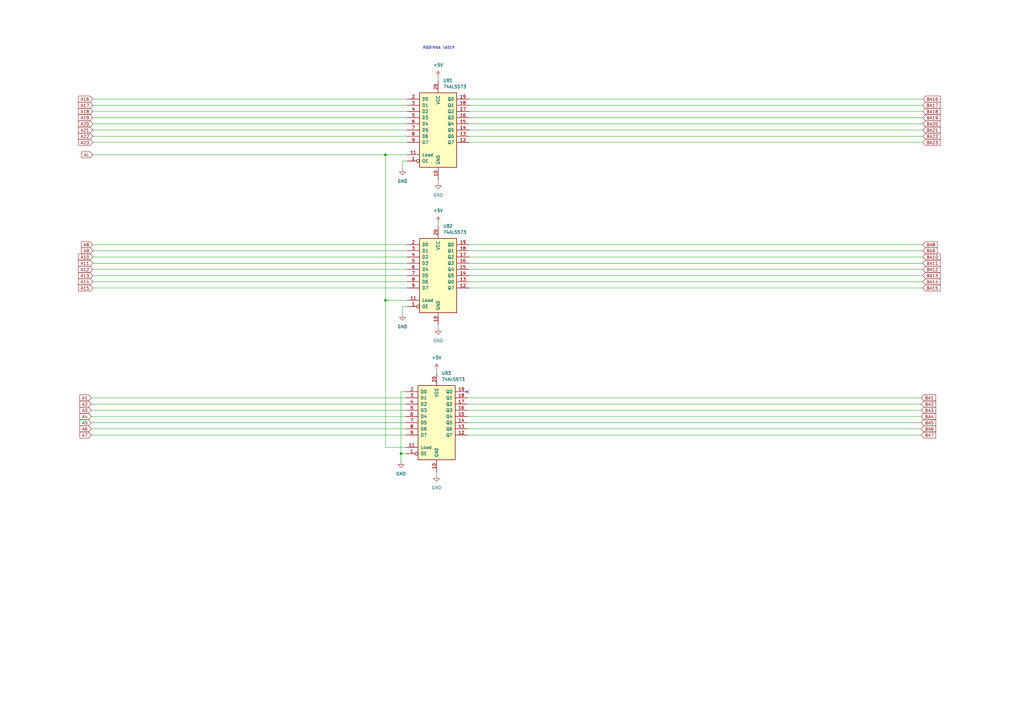
<source format=kicad_sch>
(kicad_sch (version 20211123) (generator eeschema)
  (paper "A3")
  (lib_symbols
    (symbol "74xx:74LS573" (pin_names (offset 1.016))
      (property "Reference" "U" (at -7.62 16.51 0))
      (property "Value" "74LS573" (at -7.62 -16.51 0))
      (symbol "74LS573_1_0"
        (pin input inverted (at -12.7 -12.7 0) (length 5.08) (name "OE") (number "1"))
        (pin power_in line (at 0 -20.32 90) (length 5.08) (name "GND") (number "10"))
        (pin input line (at -12.7 -10.16 0) (length 5.08) (name "Load") (number "11"))
        (pin tri_state line (at 12.7 -5.08 180) (length 5.08) (name "Q7") (number "12"))
        (pin tri_state line (at 12.7 -2.54 180) (length 5.08) (name "Q6") (number "13"))
        (pin tri_state line (at 12.7 0 180) (length 5.08) (name "Q5") (number "14"))
        (pin tri_state line (at 12.7 2.54 180) (length 5.08) (name "Q4") (number "15"))
        (pin tri_state line (at 12.7 5.08 180) (length 5.08) (name "Q3") (number "16"))
        (pin tri_state line (at 12.7 7.62 180) (length 5.08) (name "Q2") (number "17"))
        (pin tri_state line (at 12.7 10.16 180) (length 5.08) (name "Q1") (number "18"))
        (pin tri_state line (at 12.7 12.7 180) (length 5.08) (name "Q0") (number "19"))
        (pin input line (at -12.7 12.7 0) (length 5.08) (name "D0") (number "2"))
        (pin power_in line (at 0 20.32 270) (length 5.08) (name "VCC") (number "20"))
        (pin input line (at -12.7 10.16 0) (length 5.08) (name "D1") (number "3"))
        (pin input line (at -12.7 7.62 0) (length 5.08) (name "D2") (number "4"))
        (pin input line (at -12.7 5.08 0) (length 5.08) (name "D3") (number "5"))
        (pin input line (at -12.7 2.54 0) (length 5.08) (name "D4") (number "6"))
        (pin input line (at -12.7 0 0) (length 5.08) (name "D5") (number "7"))
        (pin input line (at -12.7 -2.54 0) (length 5.08) (name "D6") (number "8"))
        (pin input line (at -12.7 -5.08 0) (length 5.08) (name "D7") (number "9"))
      )
      (symbol "74LS573_1_1"
        (rectangle (start -7.62 15.24) (end 7.62 -15.24) (stroke (width 0.254)) (fill (type background)))
      )
    )
    (symbol "power:+5V" (power) (pin_names (offset 0))
      (property "Value" "+5V" (at 0 3.556 0))
      (symbol "+5V_0_1"
        (polyline (pts (xy -0.762 1.27) (xy 0 2.54)))
        (polyline (pts (xy 0 0) (xy 0 2.54)))
        (polyline (pts (xy 0 2.54) (xy 0.762 1.27)))
      )
      (symbol "+5V_1_1"
        (pin power_in line (at 0 0 90) (length 0) hide (name "+5V") (number "1"))
      )
    )
    (symbol "power:GND" (power) (pin_names (offset 0))
      (property "Value" "GND" (at 0 -3.81 0))
      (symbol "GND_0_1"
        (polyline (pts (xy 0 0) (xy 0 -1.27) (xy 1.27 -1.27) (xy 0 -2.54) (xy -1.27 -1.27) (xy 0 -1.27)))
      )
      (symbol "GND_1_1"
        (pin power_in line (at 0 0 270) (length 0) hide (name "GND") (number "1"))
      )
    )
  )
  (junction (at 164.465 186.055))
  (junction (at 158.115 63.5))
  (junction (at 158.115 123.19))
  (no_connect (at 191.77 160.655))
  (wire (pts (xy 37.465 175.895) (xy 166.37 175.895)))
  (wire (pts (xy 37.465 170.815) (xy 166.37 170.815)))
  (wire (pts (xy 38.1 118.11) (xy 167.005 118.11)))
  (wire (pts (xy 38.1 63.5) (xy 158.115 63.5)))
  (wire (pts (xy 192.405 105.41) (xy 378.46 105.41)))
  (wire (pts (xy 38.1 40.64) (xy 167.005 40.64)))
  (wire (pts (xy 38.1 50.8) (xy 167.005 50.8)))
  (wire (pts (xy 165.1 69.215) (xy 165.1 66.04)))
  (wire (pts (xy 38.1 113.03) (xy 167.005 113.03)))
  (wire (pts (xy 192.405 107.95) (xy 378.46 107.95)))
  (wire (pts (xy 165.1 125.73) (xy 167.005 125.73)))
  (wire (pts (xy 192.405 113.03) (xy 378.46 113.03)))
  (wire (pts (xy 179.07 151.765) (xy 179.07 153.035)))
  (wire (pts (xy 192.405 55.88) (xy 378.46 55.88)))
  (wire (pts (xy 191.77 168.275) (xy 377.825 168.275)))
  (wire (pts (xy 164.465 186.055) (xy 164.465 160.655)))
  (wire (pts (xy 38.1 45.72) (xy 167.005 45.72)))
  (wire (pts (xy 158.115 123.19) (xy 158.115 183.515)))
  (wire (pts (xy 37.465 173.355) (xy 166.37 173.355)))
  (wire (pts (xy 192.405 40.64) (xy 378.46 40.64)))
  (wire (pts (xy 191.77 163.195) (xy 377.825 163.195)))
  (wire (pts (xy 166.37 183.515) (xy 158.115 183.515)))
  (wire (pts (xy 192.405 118.11) (xy 378.46 118.11)))
  (wire (pts (xy 191.77 173.355) (xy 377.825 173.355)))
  (wire (pts (xy 164.465 160.655) (xy 166.37 160.655)))
  (wire (pts (xy 38.1 48.26) (xy 167.005 48.26)))
  (wire (pts (xy 38.1 55.88) (xy 167.005 55.88)))
  (wire (pts (xy 38.1 43.18) (xy 167.005 43.18)))
  (wire (pts (xy 164.465 189.23) (xy 164.465 186.055)))
  (wire (pts (xy 158.115 63.5) (xy 167.005 63.5)))
  (wire (pts (xy 164.465 186.055) (xy 166.37 186.055)))
  (wire (pts (xy 158.115 63.5) (xy 158.115 123.19)))
  (wire (pts (xy 179.705 73.66) (xy 179.705 74.93)))
  (wire (pts (xy 192.405 102.87) (xy 378.46 102.87)))
  (wire (pts (xy 191.77 178.435) (xy 377.825 178.435)))
  (wire (pts (xy 165.1 66.04) (xy 167.005 66.04)))
  (wire (pts (xy 192.405 53.34) (xy 378.46 53.34)))
  (wire (pts (xy 38.1 115.57) (xy 167.005 115.57)))
  (wire (pts (xy 38.1 105.41) (xy 167.005 105.41)))
  (wire (pts (xy 37.465 178.435) (xy 166.37 178.435)))
  (wire (pts (xy 192.405 43.18) (xy 378.46 43.18)))
  (wire (pts (xy 38.1 102.87) (xy 167.005 102.87)))
  (wire (pts (xy 38.1 100.33) (xy 167.005 100.33)))
  (wire (pts (xy 38.1 107.95) (xy 167.005 107.95)))
  (wire (pts (xy 192.405 110.49) (xy 378.46 110.49)))
  (wire (pts (xy 192.405 100.33) (xy 378.46 100.33)))
  (wire (pts (xy 37.465 163.195) (xy 166.37 163.195)))
  (wire (pts (xy 191.77 170.815) (xy 377.825 170.815)))
  (wire (pts (xy 37.465 168.275) (xy 166.37 168.275)))
  (wire (pts (xy 158.115 123.19) (xy 167.005 123.19)))
  (wire (pts (xy 179.705 91.44) (xy 179.705 92.71)))
  (wire (pts (xy 179.705 31.75) (xy 179.705 33.02)))
  (wire (pts (xy 165.1 128.905) (xy 165.1 125.73)))
  (wire (pts (xy 192.405 58.42) (xy 378.46 58.42)))
  (wire (pts (xy 192.405 45.72) (xy 378.46 45.72)))
  (wire (pts (xy 191.77 175.895) (xy 377.825 175.895)))
  (wire (pts (xy 38.1 53.34) (xy 167.005 53.34)))
  (wire (pts (xy 192.405 115.57) (xy 378.46 115.57)))
  (wire (pts (xy 179.07 193.675) (xy 179.07 194.945)))
  (wire (pts (xy 38.1 110.49) (xy 167.005 110.49)))
  (wire (pts (xy 37.465 165.735) (xy 166.37 165.735)))
  (wire (pts (xy 38.1 58.42) (xy 167.005 58.42)))
  (wire (pts (xy 191.77 165.735) (xy 377.825 165.735)))
  (wire (pts (xy 192.405 50.8) (xy 378.46 50.8)))
  (wire (pts (xy 192.405 48.26) (xy 378.46 48.26)))
  (wire (pts (xy 179.705 133.35) (xy 179.705 134.62)))
  (text "Address latch\n" (at 173.355 20.32 0) (effects (font (size 1.27 1.27)) (justify left bottom)))
  (global_label "A10" (shape input) (at 38.1 105.41 180) (property "Intersheet References" "${INTERSHEET_REFS}" (effects hide)))
  (global_label "BA22" (shape input) (at 378.46 55.88 0) (property "Intersheet References" "${INTERSHEET_REFS}" (effects hide)))
  (global_label "A2" (shape input) (at 37.465 165.735 180) (property "Intersheet References" "${INTERSHEET_REFS}" (effects hide)))
  (global_label "A4" (shape input) (at 37.465 170.815 180) (property "Intersheet References" "${INTERSHEET_REFS}" (effects hide)))
  (global_label "BA6" (shape input) (at 377.825 175.895 0) (property "Intersheet References" "${INTERSHEET_REFS}" (effects hide)))
  (global_label "BA11" (shape input) (at 378.46 107.95 0) (property "Intersheet References" "${INTERSHEET_REFS}" (effects hide)))
  (global_label "A22" (shape input) (at 38.1 55.88 180) (property "Intersheet References" "${INTERSHEET_REFS}" (effects hide)))
  (global_label "A9" (shape input) (at 38.1 102.87 180) (property "Intersheet References" "${INTERSHEET_REFS}" (effects hide)))
  (global_label "A8" (shape input) (at 38.1 100.33 180) (property "Intersheet References" "${INTERSHEET_REFS}" (effects hide)))
  (global_label "A16" (shape input) (at 38.1 40.64 180) (property "Intersheet References" "${INTERSHEET_REFS}" (effects hide)))
  (global_label "A20" (shape input) (at 38.1 50.8 180) (property "Intersheet References" "${INTERSHEET_REFS}" (effects hide)))
  (global_label "BA17" (shape input) (at 378.46 43.18 0) (property "Intersheet References" "${INTERSHEET_REFS}" (effects hide)))
  (global_label "BA19" (shape input) (at 378.46 48.26 0) (property "Intersheet References" "${INTERSHEET_REFS}" (effects hide)))
  (global_label "BA15" (shape input) (at 378.46 118.11 0) (property "Intersheet References" "${INTERSHEET_REFS}" (effects hide)))
  (global_label "BA4" (shape input) (at 377.825 170.815 0) (property "Intersheet References" "${INTERSHEET_REFS}" (effects hide)))
  (global_label "BA7" (shape input) (at 377.825 178.435 0) (property "Intersheet References" "${INTERSHEET_REFS}" (effects hide)))
  (global_label "BA10" (shape input) (at 378.46 105.41 0) (property "Intersheet References" "${INTERSHEET_REFS}" (effects hide)))
  (global_label "A11" (shape input) (at 38.1 107.95 180) (property "Intersheet References" "${INTERSHEET_REFS}" (effects hide)))
  (global_label "BA8" (shape input) (at 378.46 100.33 0) (property "Intersheet References" "${INTERSHEET_REFS}" (effects hide)))
  (global_label "AL" (shape input) (at 38.1 63.5 180) (property "Intersheet References" "${INTERSHEET_REFS}" (effects hide)))
  (global_label "BA1" (shape input) (at 377.825 163.195 0) (property "Intersheet References" "${INTERSHEET_REFS}" (effects hide)))
  (global_label "BA5" (shape input) (at 377.825 173.355 0) (property "Intersheet References" "${INTERSHEET_REFS}" (effects hide)))
  (global_label "BA16" (shape input) (at 378.46 40.64 0) (property "Intersheet References" "${INTERSHEET_REFS}" (effects hide)))
  (global_label "A15" (shape input) (at 38.1 118.11 180) (property "Intersheet References" "${INTERSHEET_REFS}" (effects hide)))
  (global_label "A1" (shape input) (at 37.465 163.195 180) (property "Intersheet References" "${INTERSHEET_REFS}" (effects hide)))
  (global_label "A5" (shape input) (at 37.465 173.355 180) (property "Intersheet References" "${INTERSHEET_REFS}" (effects hide)))
  (global_label "BA14" (shape input) (at 378.46 115.57 0) (property "Intersheet References" "${INTERSHEET_REFS}" (effects hide)))
  (global_label "A21" (shape input) (at 38.1 53.34 180) (property "Intersheet References" "${INTERSHEET_REFS}" (effects hide)))
  (global_label "BA9" (shape input) (at 378.46 102.87 0) (property "Intersheet References" "${INTERSHEET_REFS}" (effects hide)))
  (global_label "A12" (shape input) (at 38.1 110.49 180) (property "Intersheet References" "${INTERSHEET_REFS}" (effects hide)))
  (global_label "BA13" (shape input) (at 378.46 113.03 0) (property "Intersheet References" "${INTERSHEET_REFS}" (effects hide)))
  (global_label "A17" (shape input) (at 38.1 43.18 180) (property "Intersheet References" "${INTERSHEET_REFS}" (effects hide)))
  (global_label "A14" (shape input) (at 38.1 115.57 180) (property "Intersheet References" "${INTERSHEET_REFS}" (effects hide)))
  (global_label "BA21" (shape input) (at 378.46 53.34 0) (property "Intersheet References" "${INTERSHEET_REFS}" (effects hide)))
  (global_label "BA12" (shape input) (at 378.46 110.49 0) (property "Intersheet References" "${INTERSHEET_REFS}" (effects hide)))
  (global_label "BA2" (shape input) (at 377.825 165.735 0) (property "Intersheet References" "${INTERSHEET_REFS}" (effects hide)))
  (global_label "A3" (shape input) (at 37.465 168.275 180) (property "Intersheet References" "${INTERSHEET_REFS}" (effects hide)))
  (global_label "BA18" (shape input) (at 378.46 45.72 0) (property "Intersheet References" "${INTERSHEET_REFS}" (effects hide)))
  (global_label "A18" (shape input) (at 38.1 45.72 180) (property "Intersheet References" "${INTERSHEET_REFS}" (effects hide)))
  (global_label "A19" (shape input) (at 38.1 48.26 180) (property "Intersheet References" "${INTERSHEET_REFS}" (effects hide)))
  (global_label "A13" (shape input) (at 38.1 113.03 180) (property "Intersheet References" "${INTERSHEET_REFS}" (effects hide)))
  (global_label "BA3" (shape input) (at 377.825 168.275 0) (property "Intersheet References" "${INTERSHEET_REFS}" (effects hide)))
  (global_label "BA20" (shape input) (at 378.46 50.8 0) (property "Intersheet References" "${INTERSHEET_REFS}" (effects hide)))
  (global_label "A23" (shape input) (at 38.1 58.42 180) (property "Intersheet References" "${INTERSHEET_REFS}" (effects hide)))
  (global_label "A6" (shape input) (at 37.465 175.895 180) (property "Intersheet References" "${INTERSHEET_REFS}" (effects hide)))
  (global_label "A7" (shape input) (at 37.465 178.435 180) (property "Intersheet References" "${INTERSHEET_REFS}" (effects hide)))
  (global_label "BA23" (shape input) (at 378.46 58.42 0) (property "Intersheet References" "${INTERSHEET_REFS}" (effects hide)))
  (symbol (lib_id "power:+5V") (at 179.705 91.44 0) (unit 1)
    (property "Reference" "#PWR0282" (effects hide))
    (property "Value" "+5V" (at 179.705 86.36 0))
  )
  (symbol (lib_id "74xx:74LS573") (at 179.705 53.34 0) (unit 1)
    (property "Reference" "U81" (at 181.7244 33.02 0) (effects (justify left)))
    (property "Value" "74ALS573" (at 181.7244 35.56 0) (effects (justify left)))
    (property "Footprint" "Package_DIP:DIP-20_W7.62mm" (effects hide))
    (property "Datasheet" "74xx/74hc573.pdf" (effects hide))
  )
  (symbol (lib_id "power:GND") (at 165.1 69.215 0) (unit 1)
    (property "Reference" "#PWR0281" (effects hide))
    (property "Value" "GND" (at 165.1 74.295 0))
  )
  (symbol (lib_id "power:GND") (at 165.1 128.905 0) (unit 1)
    (property "Reference" "#PWR0278" (effects hide))
    (property "Value" "GND" (at 165.1 133.985 0))
  )
  (symbol (lib_id "74xx:74LS573") (at 179.07 173.355 0) (unit 1)
    (property "Reference" "U83" (at 181.0894 153.035 0) (effects (justify left)))
    (property "Value" "74ALS573" (at 181.0894 155.575 0) (effects (justify left)))
    (property "Footprint" "Package_DIP:DIP-20_W7.62mm" (effects hide))
    (property "Datasheet" "74xx/74hc573.pdf" (effects hide))
  )
  (symbol (lib_id "power:+5V") (at 179.705 31.75 0) (unit 1)
    (property "Reference" "#PWR0284" (effects hide))
    (property "Value" "+5V" (at 179.705 26.67 0))
  )
  (symbol (lib_id "power:GND") (at 164.465 189.23 0) (unit 1)
    (property "Reference" "#PWR0277" (effects hide))
    (property "Value" "GND" (at 164.465 194.31 0))
  )
  (symbol (lib_id "power:+5V") (at 179.07 151.765 0) (unit 1)
    (property "Reference" "#PWR0279" (effects hide))
    (property "Value" "+5V" (at 179.07 146.685 0))
  )
  (symbol (lib_id "power:GND") (at 179.07 194.945 0) (unit 1)
    (property "Reference" "#PWR0635" (effects hide))
    (property "Value" "GND" (at 179.07 200.025 0))
  )
  (symbol (lib_id "power:GND") (at 179.705 74.93 0) (unit 1)
    (property "Reference" "#PWR0283" (effects hide))
    (property "Value" "GND" (at 179.705 80.01 0))
  )
  (symbol (lib_id "power:GND") (at 179.705 134.62 0) (unit 1)
    (property "Reference" "#PWR0280" (effects hide))
    (property "Value" "GND" (at 179.705 139.7 0))
  )
  (symbol (lib_id "74xx:74LS573") (at 179.705 113.03 0) (unit 1)
    (property "Reference" "U82" (at 181.7244 92.71 0) (effects (justify left)))
    (property "Value" "74ALS573" (at 181.7244 95.25 0) (effects (justify left)))
    (property "Footprint" "Package_DIP:DIP-20_W7.62mm" (effects hide))
    (property "Datasheet" "74xx/74hc573.pdf" (effects hide))
  )
)
</source>
